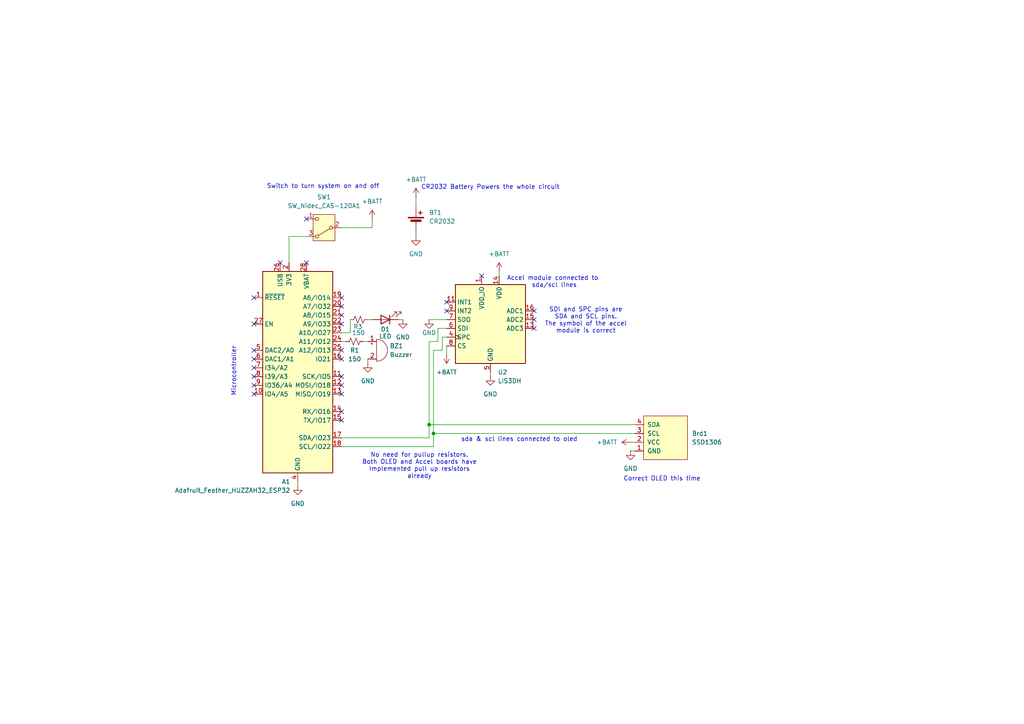
<source format=kicad_sch>
(kicad_sch
	(version 20250114)
	(generator "eeschema")
	(generator_version "9.0")
	(uuid "04a990d3-a2b1-4404-a33a-dc49c08fdd60")
	(paper "A4")
	(title_block
		(title "Tilt-Timer Cube")
		(date "2025-11-17")
		(rev "3.0")
		(company "KWRUS Inc.")
	)
	(lib_symbols
		(symbol "Device:Battery_Cell"
			(pin_numbers
				(hide yes)
			)
			(pin_names
				(offset 0)
				(hide yes)
			)
			(exclude_from_sim no)
			(in_bom yes)
			(on_board yes)
			(property "Reference" "BT"
				(at 2.54 2.54 0)
				(effects
					(font
						(size 1.27 1.27)
					)
					(justify left)
				)
			)
			(property "Value" "Battery_Cell"
				(at 2.54 0 0)
				(effects
					(font
						(size 1.27 1.27)
					)
					(justify left)
				)
			)
			(property "Footprint" ""
				(at 0 1.524 90)
				(effects
					(font
						(size 1.27 1.27)
					)
					(hide yes)
				)
			)
			(property "Datasheet" "~"
				(at 0 1.524 90)
				(effects
					(font
						(size 1.27 1.27)
					)
					(hide yes)
				)
			)
			(property "Description" "Single-cell battery"
				(at 0 0 0)
				(effects
					(font
						(size 1.27 1.27)
					)
					(hide yes)
				)
			)
			(property "ki_keywords" "battery cell"
				(at 0 0 0)
				(effects
					(font
						(size 1.27 1.27)
					)
					(hide yes)
				)
			)
			(symbol "Battery_Cell_0_1"
				(rectangle
					(start -2.286 1.778)
					(end 2.286 1.524)
					(stroke
						(width 0)
						(type default)
					)
					(fill
						(type outline)
					)
				)
				(rectangle
					(start -1.524 1.016)
					(end 1.524 0.508)
					(stroke
						(width 0)
						(type default)
					)
					(fill
						(type outline)
					)
				)
				(polyline
					(pts
						(xy 0 1.778) (xy 0 2.54)
					)
					(stroke
						(width 0)
						(type default)
					)
					(fill
						(type none)
					)
				)
				(polyline
					(pts
						(xy 0 0.762) (xy 0 0)
					)
					(stroke
						(width 0)
						(type default)
					)
					(fill
						(type none)
					)
				)
				(polyline
					(pts
						(xy 0.762 3.048) (xy 1.778 3.048)
					)
					(stroke
						(width 0.254)
						(type default)
					)
					(fill
						(type none)
					)
				)
				(polyline
					(pts
						(xy 1.27 3.556) (xy 1.27 2.54)
					)
					(stroke
						(width 0.254)
						(type default)
					)
					(fill
						(type none)
					)
				)
			)
			(symbol "Battery_Cell_1_1"
				(pin passive line
					(at 0 5.08 270)
					(length 2.54)
					(name "+"
						(effects
							(font
								(size 1.27 1.27)
							)
						)
					)
					(number "1"
						(effects
							(font
								(size 1.27 1.27)
							)
						)
					)
				)
				(pin passive line
					(at 0 -2.54 90)
					(length 2.54)
					(name "-"
						(effects
							(font
								(size 1.27 1.27)
							)
						)
					)
					(number "2"
						(effects
							(font
								(size 1.27 1.27)
							)
						)
					)
				)
			)
			(embedded_fonts no)
		)
		(symbol "Device:Buzzer"
			(pin_names
				(offset 0.0254)
				(hide yes)
			)
			(exclude_from_sim no)
			(in_bom yes)
			(on_board yes)
			(property "Reference" "BZ"
				(at 3.81 1.27 0)
				(effects
					(font
						(size 1.27 1.27)
					)
					(justify left)
				)
			)
			(property "Value" "Buzzer"
				(at 3.81 -1.27 0)
				(effects
					(font
						(size 1.27 1.27)
					)
					(justify left)
				)
			)
			(property "Footprint" ""
				(at -0.635 2.54 90)
				(effects
					(font
						(size 1.27 1.27)
					)
					(hide yes)
				)
			)
			(property "Datasheet" "~"
				(at -0.635 2.54 90)
				(effects
					(font
						(size 1.27 1.27)
					)
					(hide yes)
				)
			)
			(property "Description" "Buzzer, polarized"
				(at 0 0 0)
				(effects
					(font
						(size 1.27 1.27)
					)
					(hide yes)
				)
			)
			(property "ki_keywords" "quartz resonator ceramic"
				(at 0 0 0)
				(effects
					(font
						(size 1.27 1.27)
					)
					(hide yes)
				)
			)
			(property "ki_fp_filters" "*Buzzer*"
				(at 0 0 0)
				(effects
					(font
						(size 1.27 1.27)
					)
					(hide yes)
				)
			)
			(symbol "Buzzer_0_1"
				(polyline
					(pts
						(xy -1.651 1.905) (xy -1.143 1.905)
					)
					(stroke
						(width 0)
						(type default)
					)
					(fill
						(type none)
					)
				)
				(polyline
					(pts
						(xy -1.397 2.159) (xy -1.397 1.651)
					)
					(stroke
						(width 0)
						(type default)
					)
					(fill
						(type none)
					)
				)
				(arc
					(start 0 3.175)
					(mid 3.1612 0)
					(end 0 -3.175)
					(stroke
						(width 0)
						(type default)
					)
					(fill
						(type none)
					)
				)
				(polyline
					(pts
						(xy 0 3.175) (xy 0 -3.175)
					)
					(stroke
						(width 0)
						(type default)
					)
					(fill
						(type none)
					)
				)
			)
			(symbol "Buzzer_1_1"
				(pin passive line
					(at -2.54 2.54 0)
					(length 2.54)
					(name "+"
						(effects
							(font
								(size 1.27 1.27)
							)
						)
					)
					(number "1"
						(effects
							(font
								(size 1.27 1.27)
							)
						)
					)
				)
				(pin passive line
					(at -2.54 -2.54 0)
					(length 2.54)
					(name "-"
						(effects
							(font
								(size 1.27 1.27)
							)
						)
					)
					(number "2"
						(effects
							(font
								(size 1.27 1.27)
							)
						)
					)
				)
			)
			(embedded_fonts no)
		)
		(symbol "Device:LED"
			(pin_numbers
				(hide yes)
			)
			(pin_names
				(offset 1.016)
				(hide yes)
			)
			(exclude_from_sim no)
			(in_bom yes)
			(on_board yes)
			(property "Reference" "D"
				(at 0 2.54 0)
				(effects
					(font
						(size 1.27 1.27)
					)
				)
			)
			(property "Value" "LED"
				(at 0 -2.54 0)
				(effects
					(font
						(size 1.27 1.27)
					)
				)
			)
			(property "Footprint" ""
				(at 0 0 0)
				(effects
					(font
						(size 1.27 1.27)
					)
					(hide yes)
				)
			)
			(property "Datasheet" "~"
				(at 0 0 0)
				(effects
					(font
						(size 1.27 1.27)
					)
					(hide yes)
				)
			)
			(property "Description" "Light emitting diode"
				(at 0 0 0)
				(effects
					(font
						(size 1.27 1.27)
					)
					(hide yes)
				)
			)
			(property "Sim.Pins" "1=K 2=A"
				(at 0 0 0)
				(effects
					(font
						(size 1.27 1.27)
					)
					(hide yes)
				)
			)
			(property "ki_keywords" "LED diode"
				(at 0 0 0)
				(effects
					(font
						(size 1.27 1.27)
					)
					(hide yes)
				)
			)
			(property "ki_fp_filters" "LED* LED_SMD:* LED_THT:*"
				(at 0 0 0)
				(effects
					(font
						(size 1.27 1.27)
					)
					(hide yes)
				)
			)
			(symbol "LED_0_1"
				(polyline
					(pts
						(xy -3.048 -0.762) (xy -4.572 -2.286) (xy -3.81 -2.286) (xy -4.572 -2.286) (xy -4.572 -1.524)
					)
					(stroke
						(width 0)
						(type default)
					)
					(fill
						(type none)
					)
				)
				(polyline
					(pts
						(xy -1.778 -0.762) (xy -3.302 -2.286) (xy -2.54 -2.286) (xy -3.302 -2.286) (xy -3.302 -1.524)
					)
					(stroke
						(width 0)
						(type default)
					)
					(fill
						(type none)
					)
				)
				(polyline
					(pts
						(xy -1.27 0) (xy 1.27 0)
					)
					(stroke
						(width 0)
						(type default)
					)
					(fill
						(type none)
					)
				)
				(polyline
					(pts
						(xy -1.27 -1.27) (xy -1.27 1.27)
					)
					(stroke
						(width 0.254)
						(type default)
					)
					(fill
						(type none)
					)
				)
				(polyline
					(pts
						(xy 1.27 -1.27) (xy 1.27 1.27) (xy -1.27 0) (xy 1.27 -1.27)
					)
					(stroke
						(width 0.254)
						(type default)
					)
					(fill
						(type none)
					)
				)
			)
			(symbol "LED_1_1"
				(pin passive line
					(at -3.81 0 0)
					(length 2.54)
					(name "K"
						(effects
							(font
								(size 1.27 1.27)
							)
						)
					)
					(number "1"
						(effects
							(font
								(size 1.27 1.27)
							)
						)
					)
				)
				(pin passive line
					(at 3.81 0 180)
					(length 2.54)
					(name "A"
						(effects
							(font
								(size 1.27 1.27)
							)
						)
					)
					(number "2"
						(effects
							(font
								(size 1.27 1.27)
							)
						)
					)
				)
			)
			(embedded_fonts no)
		)
		(symbol "Device:R_Small_US"
			(pin_numbers
				(hide yes)
			)
			(pin_names
				(offset 0.254)
				(hide yes)
			)
			(exclude_from_sim no)
			(in_bom yes)
			(on_board yes)
			(property "Reference" "R"
				(at 0.762 0.508 0)
				(effects
					(font
						(size 1.27 1.27)
					)
					(justify left)
				)
			)
			(property "Value" "R_Small_US"
				(at 0.762 -1.016 0)
				(effects
					(font
						(size 1.27 1.27)
					)
					(justify left)
				)
			)
			(property "Footprint" ""
				(at 0 0 0)
				(effects
					(font
						(size 1.27 1.27)
					)
					(hide yes)
				)
			)
			(property "Datasheet" "~"
				(at 0 0 0)
				(effects
					(font
						(size 1.27 1.27)
					)
					(hide yes)
				)
			)
			(property "Description" "Resistor, small US symbol"
				(at 0 0 0)
				(effects
					(font
						(size 1.27 1.27)
					)
					(hide yes)
				)
			)
			(property "ki_keywords" "r resistor"
				(at 0 0 0)
				(effects
					(font
						(size 1.27 1.27)
					)
					(hide yes)
				)
			)
			(property "ki_fp_filters" "R_*"
				(at 0 0 0)
				(effects
					(font
						(size 1.27 1.27)
					)
					(hide yes)
				)
			)
			(symbol "R_Small_US_1_1"
				(polyline
					(pts
						(xy 0 1.524) (xy 1.016 1.143) (xy 0 0.762) (xy -1.016 0.381) (xy 0 0)
					)
					(stroke
						(width 0)
						(type default)
					)
					(fill
						(type none)
					)
				)
				(polyline
					(pts
						(xy 0 0) (xy 1.016 -0.381) (xy 0 -0.762) (xy -1.016 -1.143) (xy 0 -1.524)
					)
					(stroke
						(width 0)
						(type default)
					)
					(fill
						(type none)
					)
				)
				(pin passive line
					(at 0 2.54 270)
					(length 1.016)
					(name "~"
						(effects
							(font
								(size 1.27 1.27)
							)
						)
					)
					(number "1"
						(effects
							(font
								(size 1.27 1.27)
							)
						)
					)
				)
				(pin passive line
					(at 0 -2.54 90)
					(length 1.016)
					(name "~"
						(effects
							(font
								(size 1.27 1.27)
							)
						)
					)
					(number "2"
						(effects
							(font
								(size 1.27 1.27)
							)
						)
					)
				)
			)
			(embedded_fonts no)
		)
		(symbol "MCU_Module:Adafruit_Feather_HUZZAH32_ESP32"
			(exclude_from_sim no)
			(in_bom yes)
			(on_board yes)
			(property "Reference" "A"
				(at -10.16 29.21 0)
				(effects
					(font
						(size 1.27 1.27)
					)
					(justify left)
				)
			)
			(property "Value" "Adafruit_Feather_HUZZAH32_ESP32"
				(at 2.54 -31.75 0)
				(effects
					(font
						(size 1.27 1.27)
					)
					(justify left)
				)
			)
			(property "Footprint" "Module:Adafruit_Feather"
				(at 2.54 -34.29 0)
				(effects
					(font
						(size 1.27 1.27)
					)
					(justify left)
					(hide yes)
				)
			)
			(property "Datasheet" "https://cdn-learn.adafruit.com/downloads/pdf/adafruit-huzzah32-esp32-feather.pdf"
				(at 0 -30.48 0)
				(effects
					(font
						(size 1.27 1.27)
					)
					(hide yes)
				)
			)
			(property "Description" "Microcontroller module with ESP32 MCU"
				(at 0 0 0)
				(effects
					(font
						(size 1.27 1.27)
					)
					(hide yes)
				)
			)
			(property "ki_keywords" "Adafruit feather microcontroller module USB"
				(at 0 0 0)
				(effects
					(font
						(size 1.27 1.27)
					)
					(hide yes)
				)
			)
			(property "ki_fp_filters" "Adafruit*Feather*"
				(at 0 0 0)
				(effects
					(font
						(size 1.27 1.27)
					)
					(hide yes)
				)
			)
			(symbol "Adafruit_Feather_HUZZAH32_ESP32_0_1"
				(rectangle
					(start -10.16 27.94)
					(end 10.16 -30.48)
					(stroke
						(width 0.254)
						(type default)
					)
					(fill
						(type background)
					)
				)
			)
			(symbol "Adafruit_Feather_HUZZAH32_ESP32_1_1"
				(pin bidirectional line
					(at -12.7 20.32 0)
					(length 2.54)
					(name "A6/IO14"
						(effects
							(font
								(size 1.27 1.27)
							)
						)
					)
					(number "19"
						(effects
							(font
								(size 1.27 1.27)
							)
						)
					)
				)
				(pin bidirectional line
					(at -12.7 17.78 0)
					(length 2.54)
					(name "A7/IO32"
						(effects
							(font
								(size 1.27 1.27)
							)
						)
					)
					(number "20"
						(effects
							(font
								(size 1.27 1.27)
							)
						)
					)
				)
				(pin bidirectional line
					(at -12.7 15.24 0)
					(length 2.54)
					(name "A8/IO15"
						(effects
							(font
								(size 1.27 1.27)
							)
						)
					)
					(number "21"
						(effects
							(font
								(size 1.27 1.27)
							)
						)
					)
				)
				(pin bidirectional line
					(at -12.7 12.7 0)
					(length 2.54)
					(name "A9/IO33"
						(effects
							(font
								(size 1.27 1.27)
							)
						)
					)
					(number "22"
						(effects
							(font
								(size 1.27 1.27)
							)
						)
					)
				)
				(pin bidirectional line
					(at -12.7 10.16 0)
					(length 2.54)
					(name "A10/IO27"
						(effects
							(font
								(size 1.27 1.27)
							)
						)
					)
					(number "23"
						(effects
							(font
								(size 1.27 1.27)
							)
						)
					)
				)
				(pin bidirectional line
					(at -12.7 7.62 0)
					(length 2.54)
					(name "A11/IO12"
						(effects
							(font
								(size 1.27 1.27)
							)
						)
					)
					(number "24"
						(effects
							(font
								(size 1.27 1.27)
							)
						)
					)
				)
				(pin bidirectional line
					(at -12.7 5.08 0)
					(length 2.54)
					(name "A12/IO13"
						(effects
							(font
								(size 1.27 1.27)
							)
						)
					)
					(number "25"
						(effects
							(font
								(size 1.27 1.27)
							)
						)
					)
				)
				(pin bidirectional line
					(at -12.7 2.54 0)
					(length 2.54)
					(name "IO21"
						(effects
							(font
								(size 1.27 1.27)
							)
						)
					)
					(number "16"
						(effects
							(font
								(size 1.27 1.27)
							)
						)
					)
				)
				(pin bidirectional line
					(at -12.7 -2.54 0)
					(length 2.54)
					(name "SCK/IO5"
						(effects
							(font
								(size 1.27 1.27)
							)
						)
					)
					(number "11"
						(effects
							(font
								(size 1.27 1.27)
							)
						)
					)
				)
				(pin bidirectional line
					(at -12.7 -5.08 0)
					(length 2.54)
					(name "MOSI/IO18"
						(effects
							(font
								(size 1.27 1.27)
							)
						)
					)
					(number "12"
						(effects
							(font
								(size 1.27 1.27)
							)
						)
					)
				)
				(pin bidirectional line
					(at -12.7 -7.62 0)
					(length 2.54)
					(name "MISO/IO19"
						(effects
							(font
								(size 1.27 1.27)
							)
						)
					)
					(number "13"
						(effects
							(font
								(size 1.27 1.27)
							)
						)
					)
				)
				(pin bidirectional line
					(at -12.7 -12.7 0)
					(length 2.54)
					(name "RX/IO16"
						(effects
							(font
								(size 1.27 1.27)
							)
						)
					)
					(number "14"
						(effects
							(font
								(size 1.27 1.27)
							)
						)
					)
				)
				(pin bidirectional line
					(at -12.7 -15.24 0)
					(length 2.54)
					(name "TX/IO17"
						(effects
							(font
								(size 1.27 1.27)
							)
						)
					)
					(number "15"
						(effects
							(font
								(size 1.27 1.27)
							)
						)
					)
				)
				(pin bidirectional line
					(at -12.7 -20.32 0)
					(length 2.54)
					(name "SDA/IO23"
						(effects
							(font
								(size 1.27 1.27)
							)
						)
					)
					(number "17"
						(effects
							(font
								(size 1.27 1.27)
							)
						)
					)
				)
				(pin bidirectional line
					(at -12.7 -22.86 0)
					(length 2.54)
					(name "SCL/IO22"
						(effects
							(font
								(size 1.27 1.27)
							)
						)
					)
					(number "18"
						(effects
							(font
								(size 1.27 1.27)
							)
						)
					)
				)
				(pin power_in line
					(at -2.54 30.48 270)
					(length 2.54)
					(name "VBAT"
						(effects
							(font
								(size 1.27 1.27)
							)
						)
					)
					(number "28"
						(effects
							(font
								(size 1.27 1.27)
							)
						)
					)
				)
				(pin power_in line
					(at 0 -33.02 90)
					(length 2.54)
					(name "GND"
						(effects
							(font
								(size 1.27 1.27)
							)
						)
					)
					(number "4"
						(effects
							(font
								(size 1.27 1.27)
							)
						)
					)
				)
				(pin power_in line
					(at 2.54 30.48 270)
					(length 2.54)
					(name "3V3"
						(effects
							(font
								(size 1.27 1.27)
							)
						)
					)
					(number "2"
						(effects
							(font
								(size 1.27 1.27)
							)
						)
					)
				)
				(pin power_in line
					(at 5.08 30.48 270)
					(length 2.54)
					(name "USB"
						(effects
							(font
								(size 1.27 1.27)
							)
						)
					)
					(number "26"
						(effects
							(font
								(size 1.27 1.27)
							)
						)
					)
				)
				(pin no_connect line
					(at 10.16 10.16 180)
					(length 2.54)
					(hide yes)
					(name "NC"
						(effects
							(font
								(size 1.27 1.27)
							)
						)
					)
					(number "3"
						(effects
							(font
								(size 1.27 1.27)
							)
						)
					)
				)
				(pin input line
					(at 12.7 20.32 180)
					(length 2.54)
					(name "~{RESET}"
						(effects
							(font
								(size 1.27 1.27)
							)
						)
					)
					(number "1"
						(effects
							(font
								(size 1.27 1.27)
							)
						)
					)
				)
				(pin input line
					(at 12.7 12.7 180)
					(length 2.54)
					(name "EN"
						(effects
							(font
								(size 1.27 1.27)
							)
						)
					)
					(number "27"
						(effects
							(font
								(size 1.27 1.27)
							)
						)
					)
				)
				(pin bidirectional line
					(at 12.7 5.08 180)
					(length 2.54)
					(name "DAC2/A0"
						(effects
							(font
								(size 1.27 1.27)
							)
						)
					)
					(number "5"
						(effects
							(font
								(size 1.27 1.27)
							)
						)
					)
				)
				(pin bidirectional line
					(at 12.7 2.54 180)
					(length 2.54)
					(name "DAC1/A1"
						(effects
							(font
								(size 1.27 1.27)
							)
						)
					)
					(number "6"
						(effects
							(font
								(size 1.27 1.27)
							)
						)
					)
				)
				(pin bidirectional line
					(at 12.7 0 180)
					(length 2.54)
					(name "I34/A2"
						(effects
							(font
								(size 1.27 1.27)
							)
						)
					)
					(number "7"
						(effects
							(font
								(size 1.27 1.27)
							)
						)
					)
				)
				(pin bidirectional line
					(at 12.7 -2.54 180)
					(length 2.54)
					(name "I39/A3"
						(effects
							(font
								(size 1.27 1.27)
							)
						)
					)
					(number "8"
						(effects
							(font
								(size 1.27 1.27)
							)
						)
					)
				)
				(pin bidirectional line
					(at 12.7 -5.08 180)
					(length 2.54)
					(name "IO36/A4"
						(effects
							(font
								(size 1.27 1.27)
							)
						)
					)
					(number "9"
						(effects
							(font
								(size 1.27 1.27)
							)
						)
					)
				)
				(pin bidirectional line
					(at 12.7 -7.62 180)
					(length 2.54)
					(name "IO4/A5"
						(effects
							(font
								(size 1.27 1.27)
							)
						)
					)
					(number "10"
						(effects
							(font
								(size 1.27 1.27)
							)
						)
					)
				)
			)
			(embedded_fonts no)
		)
		(symbol "SSD1306-128x64_OLED:SSD1306"
			(pin_names
				(offset 1.016)
			)
			(exclude_from_sim no)
			(in_bom yes)
			(on_board yes)
			(property "Reference" "Brd"
				(at 0 -3.81 0)
				(effects
					(font
						(size 1.27 1.27)
					)
				)
			)
			(property "Value" "SSD1306"
				(at 0 -1.27 0)
				(effects
					(font
						(size 1.27 1.27)
					)
				)
			)
			(property "Footprint" ""
				(at 0 6.35 0)
				(effects
					(font
						(size 1.27 1.27)
					)
					(hide yes)
				)
			)
			(property "Datasheet" ""
				(at 0 6.35 0)
				(effects
					(font
						(size 1.27 1.27)
					)
					(hide yes)
				)
			)
			(property "Description" ""
				(at 0 0 0)
				(effects
					(font
						(size 1.27 1.27)
					)
					(hide yes)
				)
			)
			(property "ki_fp_filters" "SSD1306-128x64_OLED:SSD1306"
				(at 0 0 0)
				(effects
					(font
						(size 1.27 1.27)
					)
					(hide yes)
				)
			)
			(symbol "SSD1306_0_1"
				(rectangle
					(start -6.35 6.35)
					(end 6.35 -6.35)
					(stroke
						(width 0)
						(type solid)
					)
					(fill
						(type background)
					)
				)
			)
			(symbol "SSD1306_1_1"
				(pin input line
					(at -3.81 8.89 270)
					(length 2.54)
					(name "GND"
						(effects
							(font
								(size 1.27 1.27)
							)
						)
					)
					(number "1"
						(effects
							(font
								(size 1.27 1.27)
							)
						)
					)
				)
				(pin input line
					(at -1.27 8.89 270)
					(length 2.54)
					(name "VCC"
						(effects
							(font
								(size 1.27 1.27)
							)
						)
					)
					(number "2"
						(effects
							(font
								(size 1.27 1.27)
							)
						)
					)
				)
				(pin input line
					(at 1.27 8.89 270)
					(length 2.54)
					(name "SCL"
						(effects
							(font
								(size 1.27 1.27)
							)
						)
					)
					(number "3"
						(effects
							(font
								(size 1.27 1.27)
							)
						)
					)
				)
				(pin input line
					(at 3.81 8.89 270)
					(length 2.54)
					(name "SDA"
						(effects
							(font
								(size 1.27 1.27)
							)
						)
					)
					(number "4"
						(effects
							(font
								(size 1.27 1.27)
							)
						)
					)
				)
			)
			(embedded_fonts no)
		)
		(symbol "Sensor_Motion:LIS3DH"
			(exclude_from_sim no)
			(in_bom yes)
			(on_board yes)
			(property "Reference" "U"
				(at -7.62 11.43 0)
				(effects
					(font
						(size 1.27 1.27)
					)
				)
			)
			(property "Value" "LIS3DH"
				(at 6.35 11.43 0)
				(effects
					(font
						(size 1.27 1.27)
					)
				)
			)
			(property "Footprint" "Package_LGA:LGA-16_3x3mm_P0.5mm_LayoutBorder3x5y"
				(at 2.54 -26.67 0)
				(effects
					(font
						(size 1.27 1.27)
					)
					(hide yes)
				)
			)
			(property "Datasheet" "https://www.st.com/resource/en/datasheet/cd00274221.pdf"
				(at -5.08 -2.54 0)
				(effects
					(font
						(size 1.27 1.27)
					)
					(hide yes)
				)
			)
			(property "Description" "3-Axis Accelerometer, 2/4/8/16g range, I2C/SPI interface, LGA-16"
				(at 0 0 0)
				(effects
					(font
						(size 1.27 1.27)
					)
					(hide yes)
				)
			)
			(property "ki_keywords" "3-axis accelerometer i2c spi mems"
				(at 0 0 0)
				(effects
					(font
						(size 1.27 1.27)
					)
					(hide yes)
				)
			)
			(property "ki_fp_filters" "LGA*3x3mm*P0.5mm*LayoutBorder3x5y*"
				(at 0 0 0)
				(effects
					(font
						(size 1.27 1.27)
					)
					(hide yes)
				)
			)
			(symbol "LIS3DH_0_1"
				(rectangle
					(start -10.16 10.16)
					(end 10.16 -12.7)
					(stroke
						(width 0.254)
						(type default)
					)
					(fill
						(type background)
					)
				)
			)
			(symbol "LIS3DH_1_1"
				(pin output line
					(at -12.7 5.08 0)
					(length 2.54)
					(name "INT1"
						(effects
							(font
								(size 1.27 1.27)
							)
						)
					)
					(number "11"
						(effects
							(font
								(size 1.27 1.27)
							)
						)
					)
				)
				(pin output line
					(at -12.7 2.54 0)
					(length 2.54)
					(name "INT2"
						(effects
							(font
								(size 1.27 1.27)
							)
						)
					)
					(number "9"
						(effects
							(font
								(size 1.27 1.27)
							)
						)
					)
				)
				(pin output line
					(at -12.7 0 0)
					(length 2.54)
					(name "SDO"
						(effects
							(font
								(size 1.27 1.27)
							)
						)
					)
					(number "7"
						(effects
							(font
								(size 1.27 1.27)
							)
						)
					)
					(alternate "SA0" input line)
				)
				(pin input line
					(at -12.7 -2.54 0)
					(length 2.54)
					(name "SDI"
						(effects
							(font
								(size 1.27 1.27)
							)
						)
					)
					(number "6"
						(effects
							(font
								(size 1.27 1.27)
							)
						)
					)
					(alternate "SDA" bidirectional line)
					(alternate "SDO" output line)
				)
				(pin input clock
					(at -12.7 -5.08 0)
					(length 2.54)
					(name "SPC"
						(effects
							(font
								(size 1.27 1.27)
							)
						)
					)
					(number "4"
						(effects
							(font
								(size 1.27 1.27)
							)
						)
					)
					(alternate "SCL" input clock)
				)
				(pin input line
					(at -12.7 -7.62 0)
					(length 2.54)
					(name "CS"
						(effects
							(font
								(size 1.27 1.27)
							)
						)
					)
					(number "8"
						(effects
							(font
								(size 1.27 1.27)
							)
						)
					)
				)
				(pin power_in line
					(at -2.54 12.7 270)
					(length 2.54)
					(name "VDD_IO"
						(effects
							(font
								(size 1.27 1.27)
							)
						)
					)
					(number "1"
						(effects
							(font
								(size 1.27 1.27)
							)
						)
					)
				)
				(pin passive line
					(at 0 -15.24 90)
					(length 2.54)
					(hide yes)
					(name "GND"
						(effects
							(font
								(size 1.27 1.27)
							)
						)
					)
					(number "10"
						(effects
							(font
								(size 1.27 1.27)
							)
						)
					)
				)
				(pin passive line
					(at 0 -15.24 90)
					(length 2.54)
					(hide yes)
					(name "GND"
						(effects
							(font
								(size 1.27 1.27)
							)
						)
					)
					(number "12"
						(effects
							(font
								(size 1.27 1.27)
							)
						)
					)
				)
				(pin power_in line
					(at 0 -15.24 90)
					(length 2.54)
					(name "GND"
						(effects
							(font
								(size 1.27 1.27)
							)
						)
					)
					(number "5"
						(effects
							(font
								(size 1.27 1.27)
							)
						)
					)
				)
				(pin power_in line
					(at 2.54 12.7 270)
					(length 2.54)
					(name "VDD"
						(effects
							(font
								(size 1.27 1.27)
							)
						)
					)
					(number "14"
						(effects
							(font
								(size 1.27 1.27)
							)
						)
					)
				)
				(pin no_connect line
					(at 10.16 7.62 180)
					(length 2.54)
					(hide yes)
					(name "NC"
						(effects
							(font
								(size 1.27 1.27)
							)
						)
					)
					(number "3"
						(effects
							(font
								(size 1.27 1.27)
							)
						)
					)
				)
				(pin no_connect line
					(at 10.16 5.08 180)
					(length 2.54)
					(hide yes)
					(name "NC"
						(effects
							(font
								(size 1.27 1.27)
							)
						)
					)
					(number "2"
						(effects
							(font
								(size 1.27 1.27)
							)
						)
					)
				)
				(pin input line
					(at 12.7 2.54 180)
					(length 2.54)
					(name "ADC1"
						(effects
							(font
								(size 1.27 1.27)
							)
						)
					)
					(number "16"
						(effects
							(font
								(size 1.27 1.27)
							)
						)
					)
				)
				(pin input line
					(at 12.7 0 180)
					(length 2.54)
					(name "ADC2"
						(effects
							(font
								(size 1.27 1.27)
							)
						)
					)
					(number "15"
						(effects
							(font
								(size 1.27 1.27)
							)
						)
					)
				)
				(pin input line
					(at 12.7 -2.54 180)
					(length 2.54)
					(name "ADC3"
						(effects
							(font
								(size 1.27 1.27)
							)
						)
					)
					(number "13"
						(effects
							(font
								(size 1.27 1.27)
							)
						)
					)
				)
			)
			(embedded_fonts no)
		)
		(symbol "Switch:SW_Nidec_CAS-120A1"
			(pin_names
				(offset 1)
				(hide yes)
			)
			(exclude_from_sim no)
			(in_bom yes)
			(on_board yes)
			(property "Reference" "SW"
				(at 0 4.318 0)
				(effects
					(font
						(size 1.27 1.27)
					)
				)
			)
			(property "Value" "SW_Nidec_CAS-120A1"
				(at 0 -5.08 0)
				(effects
					(font
						(size 1.27 1.27)
					)
				)
			)
			(property "Footprint" "Button_Switch_SMD:Nidec_Copal_CAS-120A"
				(at 0 -10.16 0)
				(effects
					(font
						(size 1.27 1.27)
					)
					(hide yes)
				)
			)
			(property "Datasheet" "https://www.nidec-components.com/e/catalog/switch/cas.pdf"
				(at 0 -7.62 0)
				(effects
					(font
						(size 1.27 1.27)
					)
					(hide yes)
				)
			)
			(property "Description" "Switch, single pole double throw"
				(at 0 0 0)
				(effects
					(font
						(size 1.27 1.27)
					)
					(hide yes)
				)
			)
			(property "ki_keywords" "switch single-pole double-throw spdt ON-ON"
				(at 0 0 0)
				(effects
					(font
						(size 1.27 1.27)
					)
					(hide yes)
				)
			)
			(property "ki_fp_filters" "*Nidec?Copal?CAS?120A*"
				(at 0 0 0)
				(effects
					(font
						(size 1.27 1.27)
					)
					(hide yes)
				)
			)
			(symbol "SW_Nidec_CAS-120A1_0_1"
				(circle
					(center -2.032 0)
					(radius 0.4572)
					(stroke
						(width 0)
						(type default)
					)
					(fill
						(type none)
					)
				)
				(polyline
					(pts
						(xy -1.651 0.254) (xy 1.651 2.286)
					)
					(stroke
						(width 0)
						(type default)
					)
					(fill
						(type none)
					)
				)
				(circle
					(center 2.032 2.54)
					(radius 0.4572)
					(stroke
						(width 0)
						(type default)
					)
					(fill
						(type none)
					)
				)
				(circle
					(center 2.032 -2.54)
					(radius 0.4572)
					(stroke
						(width 0)
						(type default)
					)
					(fill
						(type none)
					)
				)
			)
			(symbol "SW_Nidec_CAS-120A1_1_1"
				(rectangle
					(start -3.175 3.81)
					(end 3.175 -3.81)
					(stroke
						(width 0)
						(type default)
					)
					(fill
						(type background)
					)
				)
				(pin passive line
					(at -5.08 0 0)
					(length 2.54)
					(name "B"
						(effects
							(font
								(size 1.27 1.27)
							)
						)
					)
					(number "2"
						(effects
							(font
								(size 1.27 1.27)
							)
						)
					)
				)
				(pin passive line
					(at 5.08 2.54 180)
					(length 2.54)
					(name "A"
						(effects
							(font
								(size 1.27 1.27)
							)
						)
					)
					(number "3"
						(effects
							(font
								(size 1.27 1.27)
							)
						)
					)
				)
				(pin passive line
					(at 5.08 -2.54 180)
					(length 2.54)
					(name "C"
						(effects
							(font
								(size 1.27 1.27)
							)
						)
					)
					(number "1"
						(effects
							(font
								(size 1.27 1.27)
							)
						)
					)
				)
			)
			(embedded_fonts no)
		)
		(symbol "power:+BATT"
			(power)
			(pin_numbers
				(hide yes)
			)
			(pin_names
				(offset 0)
				(hide yes)
			)
			(exclude_from_sim no)
			(in_bom yes)
			(on_board yes)
			(property "Reference" "#PWR"
				(at 0 -3.81 0)
				(effects
					(font
						(size 1.27 1.27)
					)
					(hide yes)
				)
			)
			(property "Value" "+BATT"
				(at 0 3.556 0)
				(effects
					(font
						(size 1.27 1.27)
					)
				)
			)
			(property "Footprint" ""
				(at 0 0 0)
				(effects
					(font
						(size 1.27 1.27)
					)
					(hide yes)
				)
			)
			(property "Datasheet" ""
				(at 0 0 0)
				(effects
					(font
						(size 1.27 1.27)
					)
					(hide yes)
				)
			)
			(property "Description" "Power symbol creates a global label with name \"+BATT\""
				(at 0 0 0)
				(effects
					(font
						(size 1.27 1.27)
					)
					(hide yes)
				)
			)
			(property "ki_keywords" "global power battery"
				(at 0 0 0)
				(effects
					(font
						(size 1.27 1.27)
					)
					(hide yes)
				)
			)
			(symbol "+BATT_0_1"
				(polyline
					(pts
						(xy -0.762 1.27) (xy 0 2.54)
					)
					(stroke
						(width 0)
						(type default)
					)
					(fill
						(type none)
					)
				)
				(polyline
					(pts
						(xy 0 2.54) (xy 0.762 1.27)
					)
					(stroke
						(width 0)
						(type default)
					)
					(fill
						(type none)
					)
				)
				(polyline
					(pts
						(xy 0 0) (xy 0 2.54)
					)
					(stroke
						(width 0)
						(type default)
					)
					(fill
						(type none)
					)
				)
			)
			(symbol "+BATT_1_1"
				(pin power_in line
					(at 0 0 90)
					(length 0)
					(name "~"
						(effects
							(font
								(size 1.27 1.27)
							)
						)
					)
					(number "1"
						(effects
							(font
								(size 1.27 1.27)
							)
						)
					)
				)
			)
			(embedded_fonts no)
		)
		(symbol "power:GND"
			(power)
			(pin_numbers
				(hide yes)
			)
			(pin_names
				(offset 0)
				(hide yes)
			)
			(exclude_from_sim no)
			(in_bom yes)
			(on_board yes)
			(property "Reference" "#PWR"
				(at 0 -6.35 0)
				(effects
					(font
						(size 1.27 1.27)
					)
					(hide yes)
				)
			)
			(property "Value" "GND"
				(at 0 -3.81 0)
				(effects
					(font
						(size 1.27 1.27)
					)
				)
			)
			(property "Footprint" ""
				(at 0 0 0)
				(effects
					(font
						(size 1.27 1.27)
					)
					(hide yes)
				)
			)
			(property "Datasheet" ""
				(at 0 0 0)
				(effects
					(font
						(size 1.27 1.27)
					)
					(hide yes)
				)
			)
			(property "Description" "Power symbol creates a global label with name \"GND\" , ground"
				(at 0 0 0)
				(effects
					(font
						(size 1.27 1.27)
					)
					(hide yes)
				)
			)
			(property "ki_keywords" "global power"
				(at 0 0 0)
				(effects
					(font
						(size 1.27 1.27)
					)
					(hide yes)
				)
			)
			(symbol "GND_0_1"
				(polyline
					(pts
						(xy 0 0) (xy 0 -1.27) (xy 1.27 -1.27) (xy 0 -2.54) (xy -1.27 -1.27) (xy 0 -1.27)
					)
					(stroke
						(width 0)
						(type default)
					)
					(fill
						(type none)
					)
				)
			)
			(symbol "GND_1_1"
				(pin power_in line
					(at 0 0 270)
					(length 0)
					(name "~"
						(effects
							(font
								(size 1.27 1.27)
							)
						)
					)
					(number "1"
						(effects
							(font
								(size 1.27 1.27)
							)
						)
					)
				)
			)
			(embedded_fonts no)
		)
	)
	(text "Correct OLED this time"
		(exclude_from_sim no)
		(at 192.024 138.938 0)
		(effects
			(font
				(size 1.27 1.27)
			)
		)
		(uuid "2beb8562-2a24-4021-be38-004b587e5c41")
	)
	(text "SDI and SPC pins are\nSDA and SCL pins.\nThe symbol of the accel\nmodule is correct"
		(exclude_from_sim no)
		(at 169.926 92.964 0)
		(effects
			(font
				(size 1.27 1.27)
			)
		)
		(uuid "3a75821e-dd0d-4754-8d95-313c8dc4ddac")
	)
	(text "Microcontroller"
		(exclude_from_sim no)
		(at 67.818 107.696 90)
		(effects
			(font
				(size 1.27 1.27)
			)
		)
		(uuid "4942fcf5-9d4a-416b-91ff-3dcaffabd210")
	)
	(text "No need for pullup resistors.\nBoth OLED and Accel boards have\nImplemented pull up resistors\nalready"
		(exclude_from_sim no)
		(at 121.666 135.128 0)
		(effects
			(font
				(size 1.27 1.27)
			)
		)
		(uuid "5a81764d-2666-45d1-8ca7-bfe4c97c0b6d")
	)
	(text "CR2032 Battery Powers the whole circuit"
		(exclude_from_sim no)
		(at 142.24 54.356 0)
		(effects
			(font
				(size 1.27 1.27)
			)
		)
		(uuid "865d3652-75c6-432c-a5f1-bf9a656cb2d0")
	)
	(text "Switch to turn system on and off"
		(exclude_from_sim no)
		(at 93.726 54.102 0)
		(effects
			(font
				(size 1.27 1.27)
			)
		)
		(uuid "9035541b-8440-455f-a4ab-b36b4ae52ead")
	)
	(text "sda & scl lines connected to oled"
		(exclude_from_sim no)
		(at 150.622 127.508 0)
		(effects
			(font
				(size 1.27 1.27)
			)
		)
		(uuid "ed4e4efa-3a17-4f14-9489-d5d87d1ba8af")
	)
	(text "Accel module connected to \nsda/scl lines"
		(exclude_from_sim no)
		(at 160.782 81.788 0)
		(effects
			(font
				(size 1.27 1.27)
			)
		)
		(uuid "ff01edab-bfab-4d3c-8ea5-3f73cf9e4e46")
	)
	(junction
		(at 125.73 125.73)
		(diameter 0)
		(color 0 0 0 0)
		(uuid "85fa11b9-514a-4899-96a3-f78881624f94")
	)
	(junction
		(at 124.46 123.19)
		(diameter 0)
		(color 0 0 0 0)
		(uuid "c4046b15-3ed8-44ef-869b-98d8777df4bd")
	)
	(no_connect
		(at 99.06 109.22)
		(uuid "08f4970b-9cd7-4c58-8f73-a14fa2ef9134")
	)
	(no_connect
		(at 73.66 114.3)
		(uuid "0faf0a79-d315-4c0d-8450-150a3623e641")
	)
	(no_connect
		(at 154.94 90.17)
		(uuid "144f2d02-4e3d-461c-af5b-9c729ba7faa8")
	)
	(no_connect
		(at 99.06 91.44)
		(uuid "19b07ea6-3e75-4da9-a230-5c5885a37ecd")
	)
	(no_connect
		(at 73.66 111.76)
		(uuid "23c694c1-c86d-4833-824f-fa2cef3597ba")
	)
	(no_connect
		(at 88.9 76.2)
		(uuid "274b33d3-9d83-4449-adba-b8ce0c632abe")
	)
	(no_connect
		(at 73.66 104.14)
		(uuid "344f0b0a-609d-42c8-be67-81539b09b614")
	)
	(no_connect
		(at 99.06 119.38)
		(uuid "397b1349-bc0f-4981-9b2f-b68e917d9d9d")
	)
	(no_connect
		(at 73.66 109.22)
		(uuid "46cb076e-0880-4573-bf0f-c48717dd3769")
	)
	(no_connect
		(at 139.7 80.01)
		(uuid "4ae48035-a00c-4e93-a2da-c7deef531b23")
	)
	(no_connect
		(at 73.66 106.68)
		(uuid "4c230eb8-73c1-4270-9966-2a0460015b48")
	)
	(no_connect
		(at 99.06 111.76)
		(uuid "4f92a766-d649-4aa6-9b90-736ef19375ae")
	)
	(no_connect
		(at 99.06 93.98)
		(uuid "58305769-0bc1-4f3c-aec0-23768fd2adc0")
	)
	(no_connect
		(at 99.06 88.9)
		(uuid "5841996e-a9c4-4fb3-a225-1bd1efdc05e7")
	)
	(no_connect
		(at 81.28 76.2)
		(uuid "61ef86bb-7759-48e0-99fb-f26e2badef45")
	)
	(no_connect
		(at 73.66 101.6)
		(uuid "644a830f-3348-457a-be33-dc7cc591d9c5")
	)
	(no_connect
		(at 129.54 90.17)
		(uuid "6a01910a-6abe-47c1-a884-f0e3241eed1b")
	)
	(no_connect
		(at 88.9 63.5)
		(uuid "6fd1acc5-c32b-442d-a7d2-69e0bd35b2c0")
	)
	(no_connect
		(at 99.06 114.3)
		(uuid "7f0239b3-bdc4-424e-a9c4-605c884c99aa")
	)
	(no_connect
		(at 73.66 86.36)
		(uuid "92f5fa5f-1035-4d6d-a23f-8f16ead49eee")
	)
	(no_connect
		(at 73.66 93.98)
		(uuid "9a04fd9d-f600-45b0-a0a4-34eb51371247")
	)
	(no_connect
		(at 99.06 86.36)
		(uuid "9d36eed0-8fff-41e2-9270-4b52bac84385")
	)
	(no_connect
		(at 99.06 101.6)
		(uuid "9d58a71b-f10a-4d6a-bde0-ecac4ad3009e")
	)
	(no_connect
		(at 99.06 121.92)
		(uuid "b4a5770c-ac29-45aa-966c-e37a089438bb")
	)
	(no_connect
		(at 154.94 92.71)
		(uuid "dd46131a-da12-40c4-8fe6-b844c8fdbafa")
	)
	(no_connect
		(at 129.54 87.63)
		(uuid "dd66e3e5-be6b-48c0-81f7-1cb8ab87a692")
	)
	(no_connect
		(at 154.94 95.25)
		(uuid "e5d09819-7a3a-490b-ba29-ba678a7c0a95")
	)
	(no_connect
		(at 99.06 104.14)
		(uuid "ea6c2779-ba37-4f48-8a30-6b3dfa7c34e6")
	)
	(wire
		(pts
			(xy 99.06 99.06) (xy 100.33 99.06)
		)
		(stroke
			(width 0)
			(type default)
		)
		(uuid "03ee65c2-0fff-4afa-8a82-82c42a3504ad")
	)
	(wire
		(pts
			(xy 107.95 66.04) (xy 99.06 66.04)
		)
		(stroke
			(width 0)
			(type default)
		)
		(uuid "18ba85f5-cdbe-4279-8ac7-21727799a2d6")
	)
	(wire
		(pts
			(xy 88.9 68.58) (xy 83.82 68.58)
		)
		(stroke
			(width 0)
			(type default)
		)
		(uuid "1c3a0e12-f3a7-40ae-a2d6-fefd1d9245ba")
	)
	(wire
		(pts
			(xy 182.88 128.27) (xy 184.15 128.27)
		)
		(stroke
			(width 0)
			(type default)
		)
		(uuid "1f78ea4a-d4a2-46fa-b897-bb819cff7b4b")
	)
	(wire
		(pts
			(xy 124.46 123.19) (xy 184.15 123.19)
		)
		(stroke
			(width 0)
			(type default)
		)
		(uuid "2013b619-739e-4622-9a1b-f58257a44117")
	)
	(wire
		(pts
			(xy 129.54 100.33) (xy 129.54 102.87)
		)
		(stroke
			(width 0)
			(type default)
		)
		(uuid "213c41f4-9253-42d2-b27b-c13be962036c")
	)
	(wire
		(pts
			(xy 128.27 101.6) (xy 128.27 97.79)
		)
		(stroke
			(width 0)
			(type default)
		)
		(uuid "24189366-99e9-432f-8862-24b093c8eba2")
	)
	(wire
		(pts
			(xy 124.46 92.71) (xy 129.54 92.71)
		)
		(stroke
			(width 0)
			(type default)
		)
		(uuid "273e8259-9e6c-4d2b-8827-8fd4073a730d")
	)
	(wire
		(pts
			(xy 127 99.06) (xy 127 95.25)
		)
		(stroke
			(width 0)
			(type default)
		)
		(uuid "28145286-4afb-46a1-8b89-3f6aaea5a63a")
	)
	(wire
		(pts
			(xy 106.68 92.71) (xy 107.95 92.71)
		)
		(stroke
			(width 0)
			(type default)
		)
		(uuid "29319f9e-1092-4e6d-811c-d904fdc7c0d8")
	)
	(wire
		(pts
			(xy 86.36 139.7) (xy 86.36 140.97)
		)
		(stroke
			(width 0)
			(type default)
		)
		(uuid "2b644be9-d374-42d3-a7ef-03b0c2e3e0f3")
	)
	(wire
		(pts
			(xy 83.82 68.58) (xy 83.82 76.2)
		)
		(stroke
			(width 0)
			(type default)
		)
		(uuid "344c7d7d-5306-4ca0-87f2-3bdf68158637")
	)
	(wire
		(pts
			(xy 120.65 57.15) (xy 120.65 59.69)
		)
		(stroke
			(width 0)
			(type default)
		)
		(uuid "382d5063-3741-4aa0-b73e-1d7bec8da9cb")
	)
	(wire
		(pts
			(xy 124.46 123.19) (xy 124.46 127)
		)
		(stroke
			(width 0)
			(type default)
		)
		(uuid "4b6fef14-9631-4de6-a652-101bf042cf14")
	)
	(wire
		(pts
			(xy 144.78 78.74) (xy 144.78 80.01)
		)
		(stroke
			(width 0)
			(type default)
		)
		(uuid "4cc8f09e-874b-4dd4-8286-d3bb55ff1b55")
	)
	(wire
		(pts
			(xy 99.06 129.54) (xy 125.73 129.54)
		)
		(stroke
			(width 0)
			(type default)
		)
		(uuid "5c58592f-a219-4c2f-be81-5e8258c1899f")
	)
	(wire
		(pts
			(xy 125.73 101.6) (xy 125.73 125.73)
		)
		(stroke
			(width 0)
			(type default)
		)
		(uuid "5d3ef86e-1110-45d1-b960-3c9f9dac3ae4")
	)
	(wire
		(pts
			(xy 182.88 130.81) (xy 184.15 130.81)
		)
		(stroke
			(width 0)
			(type default)
		)
		(uuid "61d129e8-a128-44f0-9e05-519643f0da7e")
	)
	(wire
		(pts
			(xy 125.73 101.6) (xy 128.27 101.6)
		)
		(stroke
			(width 0)
			(type default)
		)
		(uuid "718344d2-baab-40b7-9df9-c4341a359f1b")
	)
	(wire
		(pts
			(xy 101.6 96.52) (xy 101.6 92.71)
		)
		(stroke
			(width 0)
			(type default)
		)
		(uuid "740bf592-6471-43e9-bc60-fb586c50fe59")
	)
	(wire
		(pts
			(xy 106.68 104.14) (xy 106.68 105.41)
		)
		(stroke
			(width 0)
			(type default)
		)
		(uuid "7865164d-1ac6-4d34-b9ec-5ba600804159")
	)
	(wire
		(pts
			(xy 124.46 99.06) (xy 127 99.06)
		)
		(stroke
			(width 0)
			(type default)
		)
		(uuid "7b166de0-a722-4f60-ba04-d7527cfde91e")
	)
	(wire
		(pts
			(xy 107.95 63.5) (xy 107.95 66.04)
		)
		(stroke
			(width 0)
			(type default)
		)
		(uuid "7e68e96b-6d10-420d-9b5d-f41a9a2cb6f6")
	)
	(wire
		(pts
			(xy 128.27 97.79) (xy 129.54 97.79)
		)
		(stroke
			(width 0)
			(type default)
		)
		(uuid "a43e894f-af20-4cf9-95dc-68abe989d39d")
	)
	(wire
		(pts
			(xy 120.65 67.31) (xy 120.65 68.58)
		)
		(stroke
			(width 0)
			(type default)
		)
		(uuid "ac1f6f18-7a3f-4ea7-9fbe-25f10f5bcdbd")
	)
	(wire
		(pts
			(xy 124.46 99.06) (xy 124.46 123.19)
		)
		(stroke
			(width 0)
			(type default)
		)
		(uuid "b71cf1e9-9551-4a7b-951b-8597147d3d3a")
	)
	(wire
		(pts
			(xy 125.73 125.73) (xy 184.15 125.73)
		)
		(stroke
			(width 0)
			(type default)
		)
		(uuid "b8591f49-a8ed-44bc-b57a-110be634513a")
	)
	(wire
		(pts
			(xy 115.57 92.71) (xy 116.84 92.71)
		)
		(stroke
			(width 0)
			(type default)
		)
		(uuid "c3653e75-8312-44b2-afae-e87fafc73738")
	)
	(wire
		(pts
			(xy 125.73 125.73) (xy 125.73 129.54)
		)
		(stroke
			(width 0)
			(type default)
		)
		(uuid "c3ba12d5-eedf-4240-9434-cbf6b6b4c337")
	)
	(wire
		(pts
			(xy 105.41 99.06) (xy 106.68 99.06)
		)
		(stroke
			(width 0)
			(type default)
		)
		(uuid "c8dc1260-264e-48e0-9490-6f544505987c")
	)
	(wire
		(pts
			(xy 127 95.25) (xy 129.54 95.25)
		)
		(stroke
			(width 0)
			(type default)
		)
		(uuid "e3f74db6-55ed-4720-b590-0399cec2a89b")
	)
	(wire
		(pts
			(xy 99.06 127) (xy 124.46 127)
		)
		(stroke
			(width 0)
			(type default)
		)
		(uuid "e4819de0-6997-4f00-8e61-b3c9f42ddea5")
	)
	(wire
		(pts
			(xy 99.06 96.52) (xy 101.6 96.52)
		)
		(stroke
			(width 0)
			(type default)
		)
		(uuid "ebaa0142-9438-4e4b-909c-e87528dbf6b3")
	)
	(wire
		(pts
			(xy 142.24 107.95) (xy 142.24 109.22)
		)
		(stroke
			(width 0)
			(type default)
		)
		(uuid "f29777a2-fe1e-4e35-bf5f-7bfa5e116418")
	)
	(symbol
		(lib_id "power:+BATT")
		(at 129.54 102.87 180)
		(unit 1)
		(exclude_from_sim no)
		(in_bom yes)
		(on_board yes)
		(dnp no)
		(fields_autoplaced yes)
		(uuid "10993c8e-677e-4258-9458-0d84fa2ed8d5")
		(property "Reference" "#PWR08"
			(at 129.54 99.06 0)
			(effects
				(font
					(size 1.27 1.27)
				)
				(hide yes)
			)
		)
		(property "Value" "+BATT"
			(at 129.54 107.95 0)
			(effects
				(font
					(size 1.27 1.27)
				)
			)
		)
		(property "Footprint" ""
			(at 129.54 102.87 0)
			(effects
				(font
					(size 1.27 1.27)
				)
				(hide yes)
			)
		)
		(property "Datasheet" ""
			(at 129.54 102.87 0)
			(effects
				(font
					(size 1.27 1.27)
				)
				(hide yes)
			)
		)
		(property "Description" "Power symbol creates a global label with name \"+BATT\""
			(at 129.54 102.87 0)
			(effects
				(font
					(size 1.27 1.27)
				)
				(hide yes)
			)
		)
		(pin "1"
			(uuid "58015384-acf9-40ce-b2e9-a6d5d38b4527")
		)
		(instances
			(project "411-pre"
				(path "/04a990d3-a2b1-4404-a33a-dc49c08fdd60"
					(reference "#PWR08")
					(unit 1)
				)
			)
		)
	)
	(symbol
		(lib_id "power:GND")
		(at 124.46 92.71 0)
		(unit 1)
		(exclude_from_sim no)
		(in_bom yes)
		(on_board yes)
		(dnp no)
		(uuid "1f6382ad-a156-4b97-8516-7806231fd868")
		(property "Reference" "#PWR07"
			(at 124.46 99.06 0)
			(effects
				(font
					(size 1.27 1.27)
				)
				(hide yes)
			)
		)
		(property "Value" "GND"
			(at 124.46 96.52 0)
			(effects
				(font
					(size 1.27 1.27)
				)
			)
		)
		(property "Footprint" ""
			(at 124.46 92.71 0)
			(effects
				(font
					(size 1.27 1.27)
				)
				(hide yes)
			)
		)
		(property "Datasheet" ""
			(at 124.46 92.71 0)
			(effects
				(font
					(size 1.27 1.27)
				)
				(hide yes)
			)
		)
		(property "Description" "Power symbol creates a global label with name \"GND\" , ground"
			(at 124.46 92.71 0)
			(effects
				(font
					(size 1.27 1.27)
				)
				(hide yes)
			)
		)
		(pin "1"
			(uuid "2cdf6ac5-ae8c-4f80-b560-307a6a73f210")
		)
		(instances
			(project "411-pre"
				(path "/04a990d3-a2b1-4404-a33a-dc49c08fdd60"
					(reference "#PWR07")
					(unit 1)
				)
			)
		)
	)
	(symbol
		(lib_id "power:+BATT")
		(at 107.95 63.5 0)
		(unit 1)
		(exclude_from_sim no)
		(in_bom yes)
		(on_board yes)
		(dnp no)
		(fields_autoplaced yes)
		(uuid "2b3ea12d-d952-4dce-a9ff-27904b025d1b")
		(property "Reference" "#PWR06"
			(at 107.95 67.31 0)
			(effects
				(font
					(size 1.27 1.27)
				)
				(hide yes)
			)
		)
		(property "Value" "+BATT"
			(at 107.95 58.42 0)
			(effects
				(font
					(size 1.27 1.27)
				)
			)
		)
		(property "Footprint" ""
			(at 107.95 63.5 0)
			(effects
				(font
					(size 1.27 1.27)
				)
				(hide yes)
			)
		)
		(property "Datasheet" ""
			(at 107.95 63.5 0)
			(effects
				(font
					(size 1.27 1.27)
				)
				(hide yes)
			)
		)
		(property "Description" "Power symbol creates a global label with name \"+BATT\""
			(at 107.95 63.5 0)
			(effects
				(font
					(size 1.27 1.27)
				)
				(hide yes)
			)
		)
		(pin "1"
			(uuid "4acd54fb-48eb-4bc8-8801-8d61cc3b751c")
		)
		(instances
			(project "411-pre"
				(path "/04a990d3-a2b1-4404-a33a-dc49c08fdd60"
					(reference "#PWR06")
					(unit 1)
				)
			)
		)
	)
	(symbol
		(lib_id "power:GND")
		(at 106.68 105.41 0)
		(unit 1)
		(exclude_from_sim no)
		(in_bom yes)
		(on_board yes)
		(dnp no)
		(fields_autoplaced yes)
		(uuid "2da65785-8437-4067-96f1-98b78547cebd")
		(property "Reference" "#PWR014"
			(at 106.68 111.76 0)
			(effects
				(font
					(size 1.27 1.27)
				)
				(hide yes)
			)
		)
		(property "Value" "GND"
			(at 106.68 110.49 0)
			(effects
				(font
					(size 1.27 1.27)
				)
			)
		)
		(property "Footprint" ""
			(at 106.68 105.41 0)
			(effects
				(font
					(size 1.27 1.27)
				)
				(hide yes)
			)
		)
		(property "Datasheet" ""
			(at 106.68 105.41 0)
			(effects
				(font
					(size 1.27 1.27)
				)
				(hide yes)
			)
		)
		(property "Description" "Power symbol creates a global label with name \"GND\" , ground"
			(at 106.68 105.41 0)
			(effects
				(font
					(size 1.27 1.27)
				)
				(hide yes)
			)
		)
		(pin "1"
			(uuid "3003a35b-c570-4752-9ce9-2eda38960ead")
		)
		(instances
			(project "411-pre"
				(path "/04a990d3-a2b1-4404-a33a-dc49c08fdd60"
					(reference "#PWR014")
					(unit 1)
				)
			)
		)
	)
	(symbol
		(lib_id "Device:Buzzer")
		(at 109.22 101.6 0)
		(unit 1)
		(exclude_from_sim no)
		(in_bom yes)
		(on_board yes)
		(dnp no)
		(fields_autoplaced yes)
		(uuid "30090868-a7e4-43ce-9f92-0c49ba36861a")
		(property "Reference" "BZ1"
			(at 113.03 100.3299 0)
			(effects
				(font
					(size 1.27 1.27)
				)
				(justify left)
			)
		)
		(property "Value" "Buzzer"
			(at 113.03 102.8699 0)
			(effects
				(font
					(size 1.27 1.27)
				)
				(justify left)
			)
		)
		(property "Footprint" "Buzzer_Beeper:Buzzer_12x9.5RM7.6"
			(at 108.585 99.06 90)
			(effects
				(font
					(size 1.27 1.27)
				)
				(hide yes)
			)
		)
		(property "Datasheet" "~"
			(at 108.585 99.06 90)
			(effects
				(font
					(size 1.27 1.27)
				)
				(hide yes)
			)
		)
		(property "Description" "Buzzer, polarized"
			(at 109.22 101.6 0)
			(effects
				(font
					(size 1.27 1.27)
				)
				(hide yes)
			)
		)
		(pin "1"
			(uuid "fab56be8-ab11-4c73-bccc-1e67466a1987")
		)
		(pin "2"
			(uuid "77aa4b08-3823-425d-9d9e-f7d042413fa4")
		)
		(instances
			(project ""
				(path "/04a990d3-a2b1-4404-a33a-dc49c08fdd60"
					(reference "BZ1")
					(unit 1)
				)
			)
		)
	)
	(symbol
		(lib_id "Device:R_Small_US")
		(at 102.87 99.06 90)
		(unit 1)
		(exclude_from_sim no)
		(in_bom yes)
		(on_board yes)
		(dnp no)
		(uuid "4a5279d9-d261-4cb1-8c42-70d89b42e5f9")
		(property "Reference" "R1"
			(at 102.87 101.6 90)
			(effects
				(font
					(size 1.27 1.27)
				)
			)
		)
		(property "Value" "150"
			(at 102.87 104.14 90)
			(effects
				(font
					(size 1.27 1.27)
				)
			)
		)
		(property "Footprint" "Resistor_THT:R_Axial_DIN0207_L6.3mm_D2.5mm_P7.62mm_Horizontal"
			(at 102.87 99.06 0)
			(effects
				(font
					(size 1.27 1.27)
				)
				(hide yes)
			)
		)
		(property "Datasheet" "~"
			(at 102.87 99.06 0)
			(effects
				(font
					(size 1.27 1.27)
				)
				(hide yes)
			)
		)
		(property "Description" "Resistor, small US symbol"
			(at 102.87 99.06 0)
			(effects
				(font
					(size 1.27 1.27)
				)
				(hide yes)
			)
		)
		(pin "2"
			(uuid "0b1b0dd8-51de-4dee-bfb0-5e142fc3ca57")
		)
		(pin "1"
			(uuid "3eba7144-8c90-450d-aee6-402f4d993be2")
		)
		(instances
			(project ""
				(path "/04a990d3-a2b1-4404-a33a-dc49c08fdd60"
					(reference "R1")
					(unit 1)
				)
			)
		)
	)
	(symbol
		(lib_id "power:+BATT")
		(at 120.65 57.15 0)
		(unit 1)
		(exclude_from_sim no)
		(in_bom yes)
		(on_board yes)
		(dnp no)
		(fields_autoplaced yes)
		(uuid "54babfa7-4a09-4a34-9e08-f91870aec04b")
		(property "Reference" "#PWR01"
			(at 120.65 60.96 0)
			(effects
				(font
					(size 1.27 1.27)
				)
				(hide yes)
			)
		)
		(property "Value" "+BATT"
			(at 120.65 52.07 0)
			(effects
				(font
					(size 1.27 1.27)
				)
			)
		)
		(property "Footprint" ""
			(at 120.65 57.15 0)
			(effects
				(font
					(size 1.27 1.27)
				)
				(hide yes)
			)
		)
		(property "Datasheet" ""
			(at 120.65 57.15 0)
			(effects
				(font
					(size 1.27 1.27)
				)
				(hide yes)
			)
		)
		(property "Description" "Power symbol creates a global label with name \"+BATT\""
			(at 120.65 57.15 0)
			(effects
				(font
					(size 1.27 1.27)
				)
				(hide yes)
			)
		)
		(pin "1"
			(uuid "b99afcfc-d54e-4032-beb5-a53897bed75f")
		)
		(instances
			(project ""
				(path "/04a990d3-a2b1-4404-a33a-dc49c08fdd60"
					(reference "#PWR01")
					(unit 1)
				)
			)
		)
	)
	(symbol
		(lib_id "Device:R_Small_US")
		(at 104.14 92.71 270)
		(unit 1)
		(exclude_from_sim no)
		(in_bom yes)
		(on_board yes)
		(dnp no)
		(uuid "6c207ba0-0ccf-4655-942a-0eb9de22c5cf")
		(property "Reference" "R3"
			(at 105.156 94.742 90)
			(effects
				(font
					(size 1.27 1.27)
				)
				(justify right)
			)
		)
		(property "Value" "150"
			(at 105.918 96.52 90)
			(effects
				(font
					(size 1.27 1.27)
				)
				(justify right)
			)
		)
		(property "Footprint" "Resistor_THT:R_Axial_DIN0207_L6.3mm_D2.5mm_P7.62mm_Horizontal"
			(at 104.14 92.71 0)
			(effects
				(font
					(size 1.27 1.27)
				)
				(hide yes)
			)
		)
		(property "Datasheet" "~"
			(at 104.14 92.71 0)
			(effects
				(font
					(size 1.27 1.27)
				)
				(hide yes)
			)
		)
		(property "Description" "Resistor, small US symbol"
			(at 104.14 92.71 0)
			(effects
				(font
					(size 1.27 1.27)
				)
				(hide yes)
			)
		)
		(pin "2"
			(uuid "e7007189-f466-495c-b5ff-6e65ddb0a9ad")
		)
		(pin "1"
			(uuid "530e2f62-dbcc-4cde-82c2-52d873f6a14f")
		)
		(instances
			(project "411-pre"
				(path "/04a990d3-a2b1-4404-a33a-dc49c08fdd60"
					(reference "R3")
					(unit 1)
				)
			)
		)
	)
	(symbol
		(lib_id "power:+BATT")
		(at 144.78 78.74 0)
		(unit 1)
		(exclude_from_sim no)
		(in_bom yes)
		(on_board yes)
		(dnp no)
		(fields_autoplaced yes)
		(uuid "6e9c90fc-fd78-4977-bfc0-88aa69b73806")
		(property "Reference" "#PWR05"
			(at 144.78 82.55 0)
			(effects
				(font
					(size 1.27 1.27)
				)
				(hide yes)
			)
		)
		(property "Value" "+BATT"
			(at 144.78 73.66 0)
			(effects
				(font
					(size 1.27 1.27)
				)
			)
		)
		(property "Footprint" ""
			(at 144.78 78.74 0)
			(effects
				(font
					(size 1.27 1.27)
				)
				(hide yes)
			)
		)
		(property "Datasheet" ""
			(at 144.78 78.74 0)
			(effects
				(font
					(size 1.27 1.27)
				)
				(hide yes)
			)
		)
		(property "Description" "Power symbol creates a global label with name \"+BATT\""
			(at 144.78 78.74 0)
			(effects
				(font
					(size 1.27 1.27)
				)
				(hide yes)
			)
		)
		(pin "1"
			(uuid "649d8db5-0095-4a73-8c85-f8fe53001635")
		)
		(instances
			(project "411-pre"
				(path "/04a990d3-a2b1-4404-a33a-dc49c08fdd60"
					(reference "#PWR05")
					(unit 1)
				)
			)
		)
	)
	(symbol
		(lib_id "power:GND")
		(at 182.88 130.81 0)
		(unit 1)
		(exclude_from_sim no)
		(in_bom yes)
		(on_board yes)
		(dnp no)
		(fields_autoplaced yes)
		(uuid "8d2bc1da-5f3b-41ce-8f7e-9fcd79d2f3c3")
		(property "Reference" "#PWR09"
			(at 182.88 137.16 0)
			(effects
				(font
					(size 1.27 1.27)
				)
				(hide yes)
			)
		)
		(property "Value" "GND"
			(at 182.88 135.89 0)
			(effects
				(font
					(size 1.27 1.27)
				)
			)
		)
		(property "Footprint" ""
			(at 182.88 130.81 0)
			(effects
				(font
					(size 1.27 1.27)
				)
				(hide yes)
			)
		)
		(property "Datasheet" ""
			(at 182.88 130.81 0)
			(effects
				(font
					(size 1.27 1.27)
				)
				(hide yes)
			)
		)
		(property "Description" "Power symbol creates a global label with name \"GND\" , ground"
			(at 182.88 130.81 0)
			(effects
				(font
					(size 1.27 1.27)
				)
				(hide yes)
			)
		)
		(pin "1"
			(uuid "2245c425-061b-4210-bfe1-901013f3f368")
		)
		(instances
			(project ""
				(path "/04a990d3-a2b1-4404-a33a-dc49c08fdd60"
					(reference "#PWR09")
					(unit 1)
				)
			)
		)
	)
	(symbol
		(lib_id "Device:LED")
		(at 111.76 92.71 180)
		(unit 1)
		(exclude_from_sim no)
		(in_bom yes)
		(on_board yes)
		(dnp no)
		(uuid "a0429906-00c7-4af1-bef4-c68358d9884c")
		(property "Reference" "D1"
			(at 111.76 95.504 0)
			(effects
				(font
					(size 1.27 1.27)
				)
			)
		)
		(property "Value" "LED"
			(at 111.76 97.536 0)
			(effects
				(font
					(size 1.27 1.27)
				)
			)
		)
		(property "Footprint" "LED_THT:LED_D3.0mm_FlatTop"
			(at 111.76 92.71 0)
			(effects
				(font
					(size 1.27 1.27)
				)
				(hide yes)
			)
		)
		(property "Datasheet" "~"
			(at 111.76 92.71 0)
			(effects
				(font
					(size 1.27 1.27)
				)
				(hide yes)
			)
		)
		(property "Description" "Light emitting diode"
			(at 111.76 92.71 0)
			(effects
				(font
					(size 1.27 1.27)
				)
				(hide yes)
			)
		)
		(property "Sim.Pins" "1=K 2=A"
			(at 111.76 92.71 0)
			(effects
				(font
					(size 1.27 1.27)
				)
				(hide yes)
			)
		)
		(pin "1"
			(uuid "deebc870-4297-4f10-b339-1cba6ffeebe7")
		)
		(pin "2"
			(uuid "8943707c-6917-4438-aaab-f5967e5591a3")
		)
		(instances
			(project ""
				(path "/04a990d3-a2b1-4404-a33a-dc49c08fdd60"
					(reference "D1")
					(unit 1)
				)
			)
		)
	)
	(symbol
		(lib_id "Switch:SW_Nidec_CAS-120A1")
		(at 93.98 66.04 180)
		(unit 1)
		(exclude_from_sim no)
		(in_bom yes)
		(on_board yes)
		(dnp no)
		(fields_autoplaced yes)
		(uuid "a89e5e63-618c-46e5-b7a3-cf688fb940e1")
		(property "Reference" "SW1"
			(at 93.98 57.15 0)
			(effects
				(font
					(size 1.27 1.27)
				)
			)
		)
		(property "Value" "SW_Nidec_CAS-120A1"
			(at 93.98 59.69 0)
			(effects
				(font
					(size 1.27 1.27)
				)
			)
		)
		(property "Footprint" "Button_Switch_SMD:Nidec_Copal_CAS-120A"
			(at 93.98 55.88 0)
			(effects
				(font
					(size 1.27 1.27)
				)
				(hide yes)
			)
		)
		(property "Datasheet" "https://www.nidec-components.com/e/catalog/switch/cas.pdf"
			(at 93.98 58.42 0)
			(effects
				(font
					(size 1.27 1.27)
				)
				(hide yes)
			)
		)
		(property "Description" "Switch, single pole double throw"
			(at 93.98 66.04 0)
			(effects
				(font
					(size 1.27 1.27)
				)
				(hide yes)
			)
		)
		(pin "1"
			(uuid "d0ffe467-e5d7-48e3-8abf-e0b46a2dad6a")
		)
		(pin "2"
			(uuid "b511701f-1e2a-4a32-b334-f5c3feb44e68")
		)
		(pin "3"
			(uuid "cd57b214-5941-4338-97e4-26f808d0584a")
		)
		(instances
			(project ""
				(path "/04a990d3-a2b1-4404-a33a-dc49c08fdd60"
					(reference "SW1")
					(unit 1)
				)
			)
		)
	)
	(symbol
		(lib_id "power:GND")
		(at 142.24 109.22 0)
		(unit 1)
		(exclude_from_sim no)
		(in_bom yes)
		(on_board yes)
		(dnp no)
		(fields_autoplaced yes)
		(uuid "ae769562-a41c-4c10-a591-2e050b342b21")
		(property "Reference" "#PWR04"
			(at 142.24 115.57 0)
			(effects
				(font
					(size 1.27 1.27)
				)
				(hide yes)
			)
		)
		(property "Value" "GND"
			(at 142.24 114.3 0)
			(effects
				(font
					(size 1.27 1.27)
				)
			)
		)
		(property "Footprint" ""
			(at 142.24 109.22 0)
			(effects
				(font
					(size 1.27 1.27)
				)
				(hide yes)
			)
		)
		(property "Datasheet" ""
			(at 142.24 109.22 0)
			(effects
				(font
					(size 1.27 1.27)
				)
				(hide yes)
			)
		)
		(property "Description" "Power symbol creates a global label with name \"GND\" , ground"
			(at 142.24 109.22 0)
			(effects
				(font
					(size 1.27 1.27)
				)
				(hide yes)
			)
		)
		(pin "1"
			(uuid "bc95e17f-7471-4a2b-bcd6-82a3cc51cafb")
		)
		(instances
			(project "411-pre"
				(path "/04a990d3-a2b1-4404-a33a-dc49c08fdd60"
					(reference "#PWR04")
					(unit 1)
				)
			)
		)
	)
	(symbol
		(lib_id "power:+BATT")
		(at 182.88 128.27 90)
		(unit 1)
		(exclude_from_sim no)
		(in_bom yes)
		(on_board yes)
		(dnp no)
		(fields_autoplaced yes)
		(uuid "bc1a7198-0d4a-4459-8f52-7ee6a6748779")
		(property "Reference" "#PWR010"
			(at 186.69 128.27 0)
			(effects
				(font
					(size 1.27 1.27)
				)
				(hide yes)
			)
		)
		(property "Value" "+BATT"
			(at 179.07 128.2699 90)
			(effects
				(font
					(size 1.27 1.27)
				)
				(justify left)
			)
		)
		(property "Footprint" ""
			(at 182.88 128.27 0)
			(effects
				(font
					(size 1.27 1.27)
				)
				(hide yes)
			)
		)
		(property "Datasheet" ""
			(at 182.88 128.27 0)
			(effects
				(font
					(size 1.27 1.27)
				)
				(hide yes)
			)
		)
		(property "Description" "Power symbol creates a global label with name \"+BATT\""
			(at 182.88 128.27 0)
			(effects
				(font
					(size 1.27 1.27)
				)
				(hide yes)
			)
		)
		(pin "1"
			(uuid "eb2f11ff-2b7f-49d2-96e3-79ea0b74664f")
		)
		(instances
			(project "411-pre"
				(path "/04a990d3-a2b1-4404-a33a-dc49c08fdd60"
					(reference "#PWR010")
					(unit 1)
				)
			)
		)
	)
	(symbol
		(lib_id "Sensor_Motion:LIS3DH")
		(at 142.24 92.71 0)
		(unit 1)
		(exclude_from_sim no)
		(in_bom yes)
		(on_board yes)
		(dnp no)
		(fields_autoplaced yes)
		(uuid "c7a79882-f8eb-4ce6-bb5d-b0be82a379f9")
		(property "Reference" "U2"
			(at 144.3833 107.95 0)
			(effects
				(font
					(size 1.27 1.27)
				)
				(justify left)
			)
		)
		(property "Value" "LIS3DH"
			(at 144.3833 110.49 0)
			(effects
				(font
					(size 1.27 1.27)
				)
				(justify left)
			)
		)
		(property "Footprint" "Connector_PinHeader_2.54mm:PinHeader_1x08_P2.54mm_Vertical"
			(at 144.78 119.38 0)
			(effects
				(font
					(size 1.27 1.27)
				)
				(hide yes)
			)
		)
		(property "Datasheet" "https://www.st.com/resource/en/datasheet/cd00274221.pdf"
			(at 137.16 95.25 0)
			(effects
				(font
					(size 1.27 1.27)
				)
				(hide yes)
			)
		)
		(property "Description" "3-Axis Accelerometer, 2/4/8/16g range, I2C/SPI interface, LGA-16"
			(at 142.24 92.71 0)
			(effects
				(font
					(size 1.27 1.27)
				)
				(hide yes)
			)
		)
		(pin "3"
			(uuid "dc709eab-ef63-4515-bd1f-1d9d5294d9b5")
		)
		(pin "11"
			(uuid "41623ae8-03c2-468d-8ca9-0bd709732cd5")
		)
		(pin "12"
			(uuid "0094b5ac-d2bb-4cc9-8ce8-61de535debed")
		)
		(pin "5"
			(uuid "0215fdec-307b-4786-b3e5-76105fede4eb")
		)
		(pin "8"
			(uuid "21651df7-f259-4b54-b4d0-fed01e7a40c1")
		)
		(pin "16"
			(uuid "d7744e98-24f2-4799-b42b-377567238917")
		)
		(pin "15"
			(uuid "5e330178-2522-40b0-a1ed-8525c2e4a954")
		)
		(pin "10"
			(uuid "801c2991-e3a4-49f0-9e71-b35ab80a3689")
		)
		(pin "2"
			(uuid "adf582da-69a9-463d-8fc1-429b9df81ad5")
		)
		(pin "13"
			(uuid "6acffa12-eecd-46d7-9d60-1e4bbe02d9f5")
		)
		(pin "9"
			(uuid "7abf462f-3cb0-4067-b349-5923b2d50615")
		)
		(pin "7"
			(uuid "cecdb1cf-a4a5-49e6-84ab-bd4e1b1810be")
		)
		(pin "6"
			(uuid "5a74eff9-f5dc-47cc-aad2-1233887242b4")
		)
		(pin "1"
			(uuid "f0e2beea-7e7e-402b-8737-eaf836067a65")
		)
		(pin "14"
			(uuid "c68f2288-65bf-4d0e-a3fc-5ee27ce9b49e")
		)
		(pin "4"
			(uuid "48627947-1d21-44fb-b4c3-9620a9f920e0")
		)
		(instances
			(project ""
				(path "/04a990d3-a2b1-4404-a33a-dc49c08fdd60"
					(reference "U2")
					(unit 1)
				)
			)
		)
	)
	(symbol
		(lib_id "power:GND")
		(at 86.36 140.97 0)
		(unit 1)
		(exclude_from_sim no)
		(in_bom yes)
		(on_board yes)
		(dnp no)
		(fields_autoplaced yes)
		(uuid "c8df4a3e-6fd6-4923-830b-a78c2748f280")
		(property "Reference" "#PWR03"
			(at 86.36 147.32 0)
			(effects
				(font
					(size 1.27 1.27)
				)
				(hide yes)
			)
		)
		(property "Value" "GND"
			(at 86.36 146.05 0)
			(effects
				(font
					(size 1.27 1.27)
				)
			)
		)
		(property "Footprint" ""
			(at 86.36 140.97 0)
			(effects
				(font
					(size 1.27 1.27)
				)
				(hide yes)
			)
		)
		(property "Datasheet" ""
			(at 86.36 140.97 0)
			(effects
				(font
					(size 1.27 1.27)
				)
				(hide yes)
			)
		)
		(property "Description" "Power symbol creates a global label with name \"GND\" , ground"
			(at 86.36 140.97 0)
			(effects
				(font
					(size 1.27 1.27)
				)
				(hide yes)
			)
		)
		(pin "1"
			(uuid "90ef10de-12a4-4aa6-aef7-491c48428fc7")
		)
		(instances
			(project "411-pre"
				(path "/04a990d3-a2b1-4404-a33a-dc49c08fdd60"
					(reference "#PWR03")
					(unit 1)
				)
			)
		)
	)
	(symbol
		(lib_id "power:GND")
		(at 116.84 92.71 0)
		(unit 1)
		(exclude_from_sim no)
		(in_bom yes)
		(on_board yes)
		(dnp no)
		(fields_autoplaced yes)
		(uuid "e2a3c100-b2c4-4b9a-b6a5-3b5de1df35e2")
		(property "Reference" "#PWR015"
			(at 116.84 99.06 0)
			(effects
				(font
					(size 1.27 1.27)
				)
				(hide yes)
			)
		)
		(property "Value" "GND"
			(at 116.84 97.79 0)
			(effects
				(font
					(size 1.27 1.27)
				)
			)
		)
		(property "Footprint" ""
			(at 116.84 92.71 0)
			(effects
				(font
					(size 1.27 1.27)
				)
				(hide yes)
			)
		)
		(property "Datasheet" ""
			(at 116.84 92.71 0)
			(effects
				(font
					(size 1.27 1.27)
				)
				(hide yes)
			)
		)
		(property "Description" "Power symbol creates a global label with name \"GND\" , ground"
			(at 116.84 92.71 0)
			(effects
				(font
					(size 1.27 1.27)
				)
				(hide yes)
			)
		)
		(pin "1"
			(uuid "e5ba427e-0c4d-4d16-a6f5-ba3f7847dbff")
		)
		(instances
			(project "411-pre"
				(path "/04a990d3-a2b1-4404-a33a-dc49c08fdd60"
					(reference "#PWR015")
					(unit 1)
				)
			)
		)
	)
	(symbol
		(lib_id "SSD1306-128x64_OLED:SSD1306")
		(at 193.04 127 90)
		(unit 1)
		(exclude_from_sim no)
		(in_bom yes)
		(on_board yes)
		(dnp no)
		(fields_autoplaced yes)
		(uuid "e2d4bd87-aca3-4734-8e99-88f2c409165a")
		(property "Reference" "Brd1"
			(at 200.66 125.7299 90)
			(effects
				(font
					(size 1.27 1.27)
				)
				(justify right)
			)
		)
		(property "Value" "SSD1306"
			(at 200.66 128.2699 90)
			(effects
				(font
					(size 1.27 1.27)
				)
				(justify right)
			)
		)
		(property "Footprint" "SSD1306:128x64OLED"
			(at 186.69 127 0)
			(effects
				(font
					(size 1.27 1.27)
				)
				(hide yes)
			)
		)
		(property "Datasheet" ""
			(at 186.69 127 0)
			(effects
				(font
					(size 1.27 1.27)
				)
				(hide yes)
			)
		)
		(property "Description" ""
			(at 193.04 127 0)
			(effects
				(font
					(size 1.27 1.27)
				)
				(hide yes)
			)
		)
		(pin "1"
			(uuid "05218b21-69c6-401c-ad28-4e320a8ea262")
		)
		(pin "2"
			(uuid "304e8d0c-a2ec-4d7e-a3bb-a648257a3e8c")
		)
		(pin "3"
			(uuid "5058a6ca-53ec-47f9-9959-9b8e79f34610")
		)
		(pin "4"
			(uuid "c287173f-38b8-4d3a-bade-3c9451eabde0")
		)
		(instances
			(project ""
				(path "/04a990d3-a2b1-4404-a33a-dc49c08fdd60"
					(reference "Brd1")
					(unit 1)
				)
			)
		)
	)
	(symbol
		(lib_id "Device:Battery_Cell")
		(at 120.65 64.77 0)
		(unit 1)
		(exclude_from_sim no)
		(in_bom yes)
		(on_board yes)
		(dnp no)
		(fields_autoplaced yes)
		(uuid "e5493c2b-5b11-4a34-888e-cf127eedf33e")
		(property "Reference" "BT1"
			(at 124.46 61.6584 0)
			(effects
				(font
					(size 1.27 1.27)
				)
				(justify left)
			)
		)
		(property "Value" "CR2032"
			(at 124.46 64.1984 0)
			(effects
				(font
					(size 1.27 1.27)
				)
				(justify left)
			)
		)
		(property "Footprint" "Battery:BatteryHolder_Multicomp_BC-2001_1x2032"
			(at 120.65 63.246 90)
			(effects
				(font
					(size 1.27 1.27)
				)
				(hide yes)
			)
		)
		(property "Datasheet" "~"
			(at 120.65 63.246 90)
			(effects
				(font
					(size 1.27 1.27)
				)
				(hide yes)
			)
		)
		(property "Description" "Single-cell battery"
			(at 120.65 64.77 0)
			(effects
				(font
					(size 1.27 1.27)
				)
				(hide yes)
			)
		)
		(pin "1"
			(uuid "c9fde9dd-8719-40a7-8a23-a479984a8968")
		)
		(pin "2"
			(uuid "3670b859-0301-46a8-be63-29b591509bff")
		)
		(instances
			(project ""
				(path "/04a990d3-a2b1-4404-a33a-dc49c08fdd60"
					(reference "BT1")
					(unit 1)
				)
			)
		)
	)
	(symbol
		(lib_id "power:GND")
		(at 120.65 68.58 0)
		(unit 1)
		(exclude_from_sim no)
		(in_bom yes)
		(on_board yes)
		(dnp no)
		(fields_autoplaced yes)
		(uuid "eac9c149-8353-499a-8b48-76967e11dd9d")
		(property "Reference" "#PWR02"
			(at 120.65 74.93 0)
			(effects
				(font
					(size 1.27 1.27)
				)
				(hide yes)
			)
		)
		(property "Value" "GND"
			(at 120.65 73.66 0)
			(effects
				(font
					(size 1.27 1.27)
				)
			)
		)
		(property "Footprint" ""
			(at 120.65 68.58 0)
			(effects
				(font
					(size 1.27 1.27)
				)
				(hide yes)
			)
		)
		(property "Datasheet" ""
			(at 120.65 68.58 0)
			(effects
				(font
					(size 1.27 1.27)
				)
				(hide yes)
			)
		)
		(property "Description" "Power symbol creates a global label with name \"GND\" , ground"
			(at 120.65 68.58 0)
			(effects
				(font
					(size 1.27 1.27)
				)
				(hide yes)
			)
		)
		(pin "1"
			(uuid "812ad426-c072-4c77-8acc-c68d4605c8b2")
		)
		(instances
			(project ""
				(path "/04a990d3-a2b1-4404-a33a-dc49c08fdd60"
					(reference "#PWR02")
					(unit 1)
				)
			)
		)
	)
	(symbol
		(lib_id "MCU_Module:Adafruit_Feather_HUZZAH32_ESP32")
		(at 86.36 106.68 0)
		(mirror y)
		(unit 1)
		(exclude_from_sim no)
		(in_bom yes)
		(on_board yes)
		(dnp no)
		(uuid "eb773a83-c640-4ab7-ac7d-3edc66bef460")
		(property "Reference" "A1"
			(at 84.2167 139.7 0)
			(effects
				(font
					(size 1.27 1.27)
				)
				(justify left)
			)
		)
		(property "Value" "Adafruit_Feather_HUZZAH32_ESP32"
			(at 84.2167 142.24 0)
			(effects
				(font
					(size 1.27 1.27)
				)
				(justify left)
			)
		)
		(property "Footprint" "Module:Adafruit_Feather"
			(at 83.82 140.97 0)
			(effects
				(font
					(size 1.27 1.27)
				)
				(justify left)
				(hide yes)
			)
		)
		(property "Datasheet" "https://cdn-learn.adafruit.com/downloads/pdf/adafruit-huzzah32-esp32-feather.pdf"
			(at 86.36 137.16 0)
			(effects
				(font
					(size 1.27 1.27)
				)
				(hide yes)
			)
		)
		(property "Description" "Microcontroller module with ESP32 MCU"
			(at 86.36 106.68 0)
			(effects
				(font
					(size 1.27 1.27)
				)
				(hide yes)
			)
		)
		(pin "22"
			(uuid "b6dd7137-dad3-4120-84b3-fd69f10be223")
		)
		(pin "21"
			(uuid "b9b63ac4-10d6-4857-b9ef-17c69b3f587b")
		)
		(pin "11"
			(uuid "91ccc5f0-0d18-4111-8266-fcd20731acad")
		)
		(pin "25"
			(uuid "1c04c73d-02d4-41a6-aceb-99ec48b69039")
		)
		(pin "14"
			(uuid "2a90c174-1d19-41e8-8b49-68c0da934500")
		)
		(pin "7"
			(uuid "0ad3a9f5-d029-486b-ab33-af5dbdfdd614")
		)
		(pin "4"
			(uuid "7a53f135-845a-4d26-8fe1-40e654c0cb24")
		)
		(pin "2"
			(uuid "1ab7a752-e098-4dac-9943-c81e79d992c7")
		)
		(pin "19"
			(uuid "6b5c9638-472d-4014-bdab-2c1b13a7aeee")
		)
		(pin "27"
			(uuid "007bfdc5-1643-43cc-bb01-9ad0afbc3cae")
		)
		(pin "1"
			(uuid "67b5f352-434d-4ec8-b1c4-744db74a0ada")
		)
		(pin "3"
			(uuid "ca2244d5-e910-4baa-8da8-abad0adf4d8f")
		)
		(pin "23"
			(uuid "ef125ad9-481d-40ce-9dad-2877061ce9ac")
		)
		(pin "26"
			(uuid "539b4742-0b01-43e3-841a-263315f40258")
		)
		(pin "24"
			(uuid "20013e47-a385-41c8-a4fd-1689d030aecf")
		)
		(pin "12"
			(uuid "40bad817-4b99-4c94-ade9-5e9f9cf79e7f")
		)
		(pin "20"
			(uuid "898a989c-ce3f-45bf-a96d-ac881347c9a6")
		)
		(pin "16"
			(uuid "91f75f1c-023d-4645-b869-4f41828d67e9")
		)
		(pin "13"
			(uuid "817c0768-0847-4f7d-bb6e-b5c8bd09f9fc")
		)
		(pin "15"
			(uuid "21baaca4-1a1c-4755-a792-89c28ffec50f")
		)
		(pin "6"
			(uuid "075f4252-4384-4533-b8e6-5c46a3002b17")
		)
		(pin "17"
			(uuid "16a7d024-4ce0-402e-bfdd-f62e557cdc23")
		)
		(pin "18"
			(uuid "f8bed73d-0d0e-47e4-a6ed-5bc2b3670cd5")
		)
		(pin "5"
			(uuid "866be981-ab31-4698-a915-0662f2dadf3a")
		)
		(pin "28"
			(uuid "e2f0c2aa-d02e-43e5-9ade-bcdb41fc420b")
		)
		(pin "8"
			(uuid "b8b71447-50ed-47e1-a6fd-5740f26304b5")
		)
		(pin "9"
			(uuid "726a3b63-5900-4195-8ab8-3ddd27669847")
		)
		(pin "10"
			(uuid "1a8ed22c-3653-4712-8268-54baf42bf9ac")
		)
		(instances
			(project ""
				(path "/04a990d3-a2b1-4404-a33a-dc49c08fdd60"
					(reference "A1")
					(unit 1)
				)
			)
		)
	)
	(sheet_instances
		(path "/"
			(page "1")
		)
	)
	(embedded_fonts no)
)

</source>
